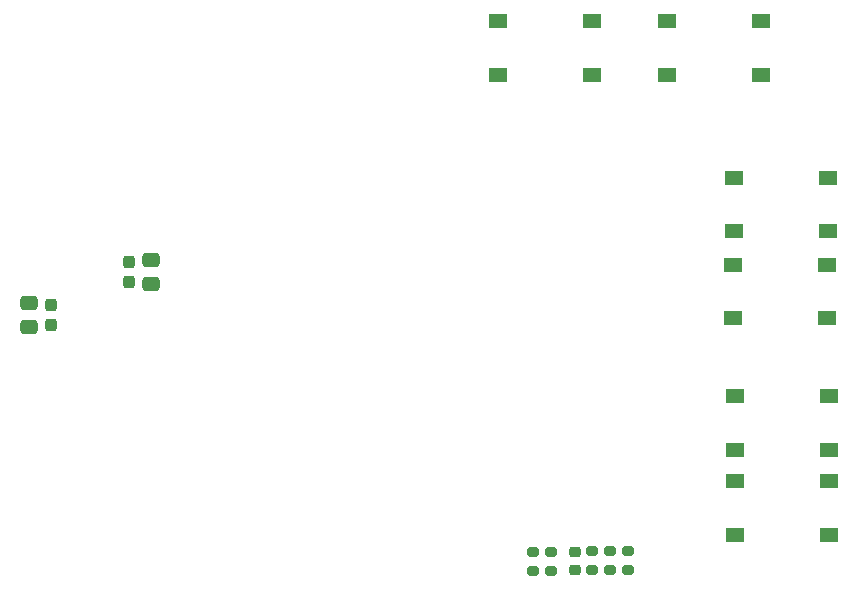
<source format=gbr>
%TF.GenerationSoftware,KiCad,Pcbnew,8.0.9*%
%TF.CreationDate,2025-03-06T21:03:41+08:00*%
%TF.ProjectId,CCD_Sensor_ZYNQ,4343445f-5365-46e7-936f-725f5a594e51,rev?*%
%TF.SameCoordinates,Original*%
%TF.FileFunction,Paste,Bot*%
%TF.FilePolarity,Positive*%
%FSLAX46Y46*%
G04 Gerber Fmt 4.6, Leading zero omitted, Abs format (unit mm)*
G04 Created by KiCad (PCBNEW 8.0.9) date 2025-03-06 21:03:41*
%MOMM*%
%LPD*%
G01*
G04 APERTURE LIST*
G04 Aperture macros list*
%AMRoundRect*
0 Rectangle with rounded corners*
0 $1 Rounding radius*
0 $2 $3 $4 $5 $6 $7 $8 $9 X,Y pos of 4 corners*
0 Add a 4 corners polygon primitive as box body*
4,1,4,$2,$3,$4,$5,$6,$7,$8,$9,$2,$3,0*
0 Add four circle primitives for the rounded corners*
1,1,$1+$1,$2,$3*
1,1,$1+$1,$4,$5*
1,1,$1+$1,$6,$7*
1,1,$1+$1,$8,$9*
0 Add four rect primitives between the rounded corners*
20,1,$1+$1,$2,$3,$4,$5,0*
20,1,$1+$1,$4,$5,$6,$7,0*
20,1,$1+$1,$6,$7,$8,$9,0*
20,1,$1+$1,$8,$9,$2,$3,0*%
G04 Aperture macros list end*
%ADD10R,1.550000X1.300000*%
%ADD11RoundRect,0.237500X-0.237500X0.300000X-0.237500X-0.300000X0.237500X-0.300000X0.237500X0.300000X0*%
%ADD12RoundRect,0.200000X0.275000X-0.200000X0.275000X0.200000X-0.275000X0.200000X-0.275000X-0.200000X0*%
%ADD13RoundRect,0.250000X-0.475000X0.337500X-0.475000X-0.337500X0.475000X-0.337500X0.475000X0.337500X0*%
%ADD14RoundRect,0.225000X0.250000X-0.225000X0.250000X0.225000X-0.250000X0.225000X-0.250000X-0.225000X0*%
G04 APERTURE END LIST*
D10*
%TO.C,SW3*%
X264130000Y-86900000D03*
X256170000Y-86900000D03*
X264130000Y-91400000D03*
X256170000Y-91400000D03*
%TD*%
D11*
%TO.C,C27*%
X205058280Y-86635268D03*
X205058280Y-88360268D03*
%TD*%
D12*
%TO.C,R10*%
X239250000Y-112850000D03*
X239250000Y-111200000D03*
%TD*%
%TO.C,R5*%
X247250000Y-112750000D03*
X247250000Y-111100000D03*
%TD*%
D10*
%TO.C,SW5*%
X264300000Y-105250000D03*
X256340000Y-105250000D03*
X264300000Y-109750000D03*
X256340000Y-109750000D03*
%TD*%
D12*
%TO.C,R22*%
X240750000Y-112850000D03*
X240750000Y-111200000D03*
%TD*%
D13*
%TO.C,C28*%
X206858280Y-86472768D03*
X206858280Y-88547768D03*
%TD*%
D12*
%TO.C,R12*%
X244250000Y-112750000D03*
X244250000Y-111100000D03*
%TD*%
D10*
%TO.C,SW4*%
X264280000Y-98050000D03*
X256320000Y-98050000D03*
X264280000Y-102550000D03*
X256320000Y-102550000D03*
%TD*%
D12*
%TO.C,R8*%
X245750000Y-112750000D03*
X245750000Y-111100000D03*
%TD*%
D10*
%TO.C,SW6*%
X244230000Y-66300000D03*
X236270000Y-66300000D03*
X244230000Y-70800000D03*
X236270000Y-70800000D03*
%TD*%
%TO.C,SW1*%
X258530000Y-66300000D03*
X250570000Y-66300000D03*
X258530000Y-70800000D03*
X250570000Y-70800000D03*
%TD*%
D13*
%TO.C,C14*%
X196558280Y-90110268D03*
X196558280Y-92185268D03*
%TD*%
D14*
%TO.C,C41*%
X242750000Y-112750000D03*
X242750000Y-111200000D03*
%TD*%
D10*
%TO.C,SW2*%
X264180000Y-79550000D03*
X256220000Y-79550000D03*
X264180000Y-84050000D03*
X256220000Y-84050000D03*
%TD*%
D11*
%TO.C,C13*%
X198408280Y-90285268D03*
X198408280Y-92010268D03*
%TD*%
M02*

</source>
